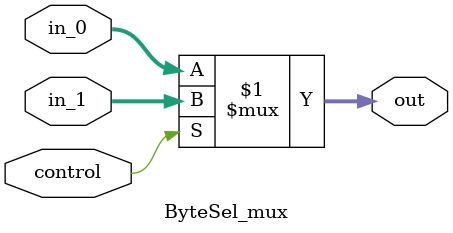
<source format=v>
module ByteSel_mux (
    input wire control,

    input wire [15:0] in_0, // input MSB
    input wire [15:0] in_1, // input LSB
    
    output wire [15:0] out
);
    assign out = (control) ? in_1 : in_0;
endmodule
</source>
